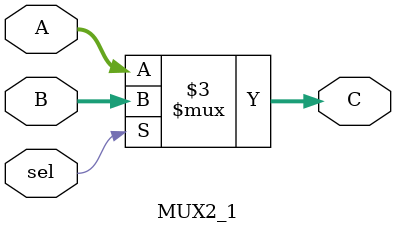
<source format=v>
`timescale 1ns/1ns

module MUX2_1(
    input sel,                      
    input [31:0] A,                 
    input [31:0] B,                 
    output reg [31:0] C             
);
    always @* begin
        if (sel)
            C = B;
        else
            C = A;
    end
endmodule


</source>
